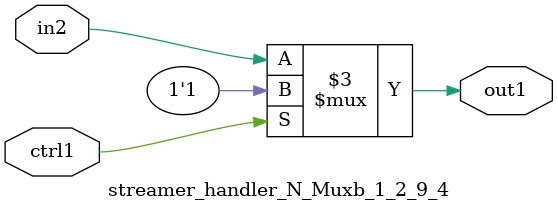
<source format=v>

`timescale 1ps / 1ps


module streamer_handler_N_Muxb_1_2_9_4( in2, ctrl1, out1 );

    input in2;
    input ctrl1;
    output out1;
    reg out1;

    
    // rtl_process:streamer_handler_N_Muxb_1_2_9_4/streamer_handler_N_Muxb_1_2_9_4_thread_1
    always @*
      begin : streamer_handler_N_Muxb_1_2_9_4_thread_1
        case (ctrl1) 
          1'b1: 
            begin
              out1 = 1'b1;
            end
          default: 
            begin
              out1 = in2;
            end
        endcase
      end

endmodule



</source>
